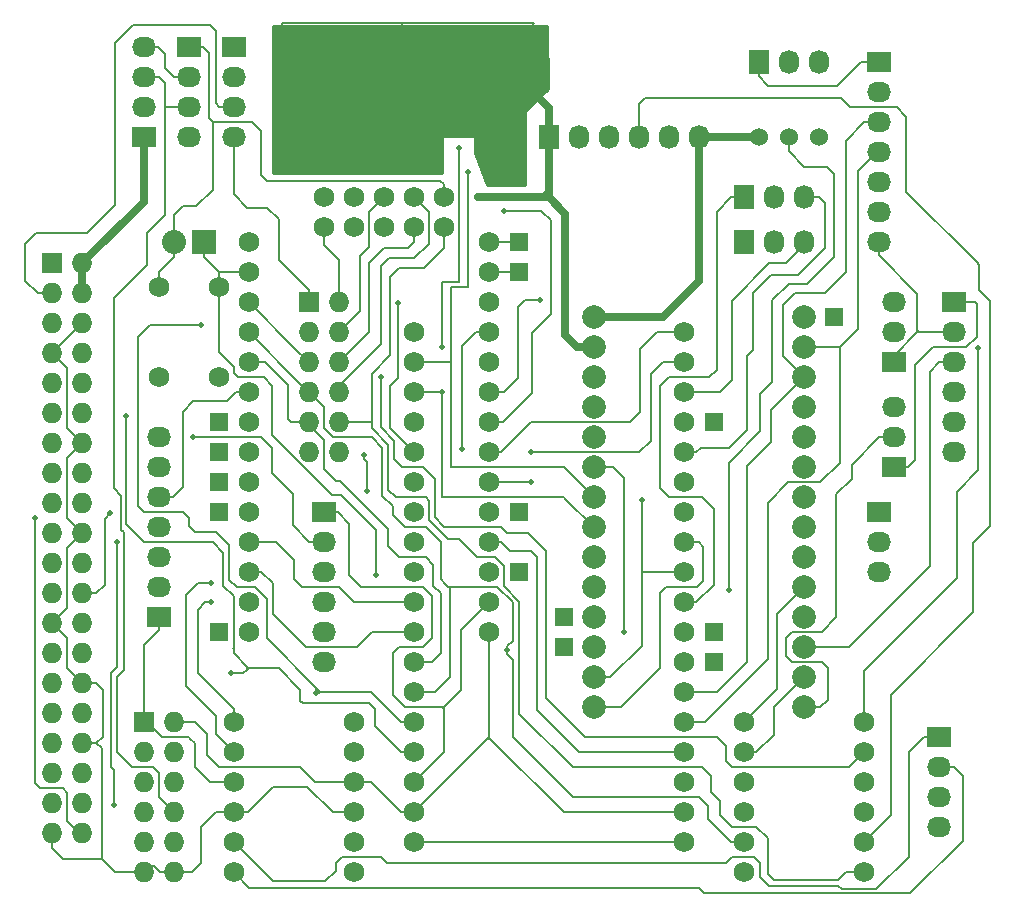
<source format=gbr>
G04 #@! TF.FileFunction,Copper,L2,Bot,Signal*
%FSLAX46Y46*%
G04 Gerber Fmt 4.6, Leading zero omitted, Abs format (unit mm)*
G04 Created by KiCad (PCBNEW 4.0.7+dfsg1-1~bpo8+1) date Mon Jun  4 12:39:51 2018*
%MOMM*%
%LPD*%
G01*
G04 APERTURE LIST*
%ADD10C,0.100000*%
%ADD11R,2.032000X1.727200*%
%ADD12O,2.032000X1.727200*%
%ADD13R,1.500000X1.500000*%
%ADD14R,2.032000X2.032000*%
%ADD15O,2.032000X2.032000*%
%ADD16R,1.727200X1.727200*%
%ADD17O,1.727200X1.727200*%
%ADD18R,1.727200X2.032000*%
%ADD19O,1.727200X2.032000*%
%ADD20C,1.524000*%
%ADD21C,2.000000*%
%ADD22C,1.727200*%
%ADD23C,0.508000*%
%ADD24C,0.177800*%
%ADD25C,0.711200*%
%ADD26C,0.254000*%
G04 APERTURE END LIST*
D10*
D11*
X179070000Y-97790000D03*
D12*
X179070000Y-100330000D03*
X179070000Y-102870000D03*
D11*
X179070000Y-59690000D03*
D12*
X179070000Y-62230000D03*
X179070000Y-64770000D03*
X179070000Y-67310000D03*
X179070000Y-69850000D03*
X179070000Y-72390000D03*
X179070000Y-74930000D03*
D13*
X123190000Y-107950000D03*
X123190000Y-97790000D03*
X123190000Y-95250000D03*
X123190000Y-92710000D03*
X123190000Y-90170000D03*
X148590000Y-102870000D03*
X148590000Y-97790000D03*
X148590000Y-77470000D03*
X148590000Y-74930000D03*
X175260000Y-81280000D03*
X152400000Y-106680000D03*
X152400000Y-109220000D03*
X165100000Y-90170000D03*
X165100000Y-107950000D03*
X165100000Y-110490000D03*
D14*
X121920000Y-74930000D03*
D15*
X119380000Y-74930000D03*
D16*
X116840000Y-115570000D03*
D17*
X119380000Y-115570000D03*
X116840000Y-118110000D03*
X119380000Y-118110000D03*
X116840000Y-120650000D03*
X119380000Y-120650000D03*
X116840000Y-123190000D03*
X119380000Y-123190000D03*
X116840000Y-125730000D03*
X119380000Y-125730000D03*
X116840000Y-128270000D03*
X119380000Y-128270000D03*
D16*
X130810000Y-80010000D03*
D17*
X133350000Y-80010000D03*
X130810000Y-82550000D03*
X133350000Y-82550000D03*
X130810000Y-85090000D03*
X133350000Y-85090000D03*
X130810000Y-87630000D03*
X133350000Y-87630000D03*
X130810000Y-90170000D03*
X133350000Y-90170000D03*
X130810000Y-92710000D03*
X133350000Y-92710000D03*
D11*
X120650000Y-58420000D03*
D12*
X120650000Y-60960000D03*
X120650000Y-63500000D03*
X120650000Y-66040000D03*
D11*
X132080000Y-97790000D03*
D12*
X132080000Y-100330000D03*
X132080000Y-102870000D03*
X132080000Y-105410000D03*
X132080000Y-107950000D03*
X132080000Y-110490000D03*
D11*
X124460000Y-58420000D03*
D12*
X124460000Y-60960000D03*
X124460000Y-63500000D03*
X124460000Y-66040000D03*
D11*
X118110000Y-106680000D03*
D12*
X118110000Y-104140000D03*
X118110000Y-101600000D03*
X118110000Y-99060000D03*
X118110000Y-96520000D03*
X118110000Y-93980000D03*
X118110000Y-91440000D03*
D11*
X185420000Y-80010000D03*
D12*
X185420000Y-82550000D03*
X185420000Y-85090000D03*
X185420000Y-87630000D03*
X185420000Y-90170000D03*
X185420000Y-92710000D03*
D18*
X151130000Y-66040000D03*
D19*
X153670000Y-66040000D03*
X156210000Y-66040000D03*
X158750000Y-66040000D03*
X161290000Y-66040000D03*
X163830000Y-66040000D03*
D18*
X168910000Y-59690000D03*
D19*
X171450000Y-59690000D03*
X173990000Y-59690000D03*
D11*
X184150000Y-116840000D03*
D12*
X184150000Y-119380000D03*
X184150000Y-121920000D03*
X184150000Y-124460000D03*
D18*
X167640000Y-74930000D03*
D19*
X170180000Y-74930000D03*
X172720000Y-74930000D03*
D18*
X167640000Y-71120000D03*
D19*
X170180000Y-71120000D03*
X172720000Y-71120000D03*
D11*
X180340000Y-93980000D03*
D12*
X180340000Y-91440000D03*
X180340000Y-88900000D03*
D11*
X180340000Y-85090000D03*
D12*
X180340000Y-82550000D03*
X180340000Y-80010000D03*
D11*
X116840000Y-66040000D03*
D12*
X116840000Y-63500000D03*
X116840000Y-60960000D03*
X116840000Y-58420000D03*
D20*
X171450000Y-66040000D03*
X173990000Y-66040000D03*
X168910000Y-66040000D03*
D16*
X109093000Y-76708000D03*
D17*
X111633000Y-76708000D03*
X109093000Y-79248000D03*
X111633000Y-79248000D03*
X109093000Y-81788000D03*
X111633000Y-81788000D03*
X109093000Y-84328000D03*
X111633000Y-84328000D03*
X109093000Y-86868000D03*
X111633000Y-86868000D03*
X109093000Y-89408000D03*
X111633000Y-89408000D03*
X109093000Y-91948000D03*
X111633000Y-91948000D03*
X109093000Y-94488000D03*
X111633000Y-94488000D03*
X109093000Y-97028000D03*
X111633000Y-97028000D03*
X109093000Y-99568000D03*
X111633000Y-99568000D03*
X109093000Y-102108000D03*
X111633000Y-102108000D03*
X109093000Y-104648000D03*
X111633000Y-104648000D03*
X109093000Y-107188000D03*
X111633000Y-107188000D03*
X109093000Y-109728000D03*
X111633000Y-109728000D03*
X109093000Y-112268000D03*
X111633000Y-112268000D03*
X109093000Y-114808000D03*
X111633000Y-114808000D03*
X109093000Y-117348000D03*
X111633000Y-117348000D03*
X109093000Y-119888000D03*
X111633000Y-119888000D03*
X109093000Y-122428000D03*
X111633000Y-122428000D03*
X109093000Y-124968000D03*
X111633000Y-124968000D03*
D21*
X172720000Y-81280000D03*
X172720000Y-83820000D03*
X172720000Y-86360000D03*
X172720000Y-88900000D03*
X172720000Y-91440000D03*
X172720000Y-93980000D03*
X172720000Y-96520000D03*
X172720000Y-99060000D03*
X172720000Y-101600000D03*
X172720000Y-104140000D03*
X172720000Y-106680000D03*
X172720000Y-109220000D03*
X172720000Y-111760000D03*
X172720000Y-114300000D03*
X154940000Y-114300000D03*
X154940000Y-111760000D03*
X154940000Y-109220000D03*
X154940000Y-106680000D03*
X154940000Y-104140000D03*
X154940000Y-101600000D03*
X154940000Y-99060000D03*
X154940000Y-96520000D03*
X154940000Y-93980000D03*
X154940000Y-91440000D03*
X154940000Y-88900000D03*
X154940000Y-86360000D03*
X154940000Y-83820000D03*
X154940000Y-81280000D03*
D22*
X118110000Y-86360000D03*
X118110000Y-78740000D03*
X123190000Y-78740000D03*
X123190000Y-86360000D03*
X124460000Y-115570000D03*
X124460000Y-118110000D03*
X124460000Y-120650000D03*
X124460000Y-123190000D03*
X124460000Y-125730000D03*
X124460000Y-128270000D03*
X134620000Y-128270000D03*
X134620000Y-125730000D03*
X134620000Y-123190000D03*
X134620000Y-120650000D03*
X134620000Y-118110000D03*
X134620000Y-115570000D03*
X167640000Y-115570000D03*
X167640000Y-118110000D03*
X167640000Y-120650000D03*
X167640000Y-123190000D03*
X167640000Y-125730000D03*
X167640000Y-128270000D03*
X177800000Y-128270000D03*
X177800000Y-125730000D03*
X177800000Y-123190000D03*
X177800000Y-120650000D03*
X177800000Y-118110000D03*
X177800000Y-115570000D03*
X162560000Y-125730000D03*
X162560000Y-123190000D03*
X162560000Y-120650000D03*
X162560000Y-118110000D03*
X162560000Y-115570000D03*
X162560000Y-113030000D03*
X162560000Y-110490000D03*
X162560000Y-107950000D03*
X162560000Y-105410000D03*
X162560000Y-102870000D03*
X162560000Y-100330000D03*
X162560000Y-97790000D03*
X162560000Y-95250000D03*
X162560000Y-92710000D03*
X162560000Y-90170000D03*
X162560000Y-87630000D03*
X162560000Y-85090000D03*
X162560000Y-82550000D03*
X139700000Y-125730000D03*
X139700000Y-123190000D03*
X139700000Y-120650000D03*
X139700000Y-118110000D03*
X139700000Y-115570000D03*
X139700000Y-113030000D03*
X139700000Y-110490000D03*
X139700000Y-107950000D03*
X139700000Y-105410000D03*
X139700000Y-102870000D03*
X139700000Y-100330000D03*
X139700000Y-97790000D03*
X139700000Y-95250000D03*
X139700000Y-92710000D03*
X139700000Y-90170000D03*
X139700000Y-87630000D03*
X139700000Y-85090000D03*
X139700000Y-82550000D03*
X142240000Y-71120000D03*
X142240000Y-73660000D03*
X139700000Y-71120000D03*
X139700000Y-73660000D03*
X137160000Y-71120000D03*
X137160000Y-73660000D03*
X134620000Y-71120000D03*
X134620000Y-73660000D03*
X132080000Y-71120000D03*
X132080000Y-73660000D03*
X125730000Y-107950000D03*
X125730000Y-105410000D03*
X125730000Y-102870000D03*
X125730000Y-100330000D03*
X125730000Y-97790000D03*
X125730000Y-95250000D03*
X125730000Y-92710000D03*
X125730000Y-90170000D03*
X125730000Y-87630000D03*
X125730000Y-85090000D03*
X125730000Y-82550000D03*
X125730000Y-80010000D03*
X125730000Y-77470000D03*
X125730000Y-74930000D03*
X146050000Y-74930000D03*
X146050000Y-77470000D03*
X146050000Y-80010000D03*
X146050000Y-82550000D03*
X146050000Y-85090000D03*
X146050000Y-87630000D03*
X146050000Y-90170000D03*
X146050000Y-92710000D03*
X146050000Y-95250000D03*
X146050000Y-97790000D03*
X146050000Y-100330000D03*
X146050000Y-102870000D03*
X146050000Y-105410000D03*
X146050000Y-107950000D03*
D23*
X150431500Y-79819500D03*
X147320000Y-72263000D03*
X138557000Y-62484000D03*
X128524000Y-58420000D03*
X145161000Y-71120000D03*
X149796500Y-62230000D03*
X138366500Y-80073500D03*
X159004000Y-96774000D03*
X143827500Y-92456000D03*
X114039400Y-97849700D03*
X124269500Y-111442500D03*
X115316000Y-89662000D03*
X121666000Y-81915000D03*
X131454500Y-113141100D03*
X147637500Y-109474000D03*
X157543500Y-107950000D03*
X136525000Y-103124000D03*
X114559000Y-100293500D03*
X114300000Y-122627300D03*
X121031000Y-91440000D03*
X107611900Y-98298000D03*
X166370000Y-104394000D03*
X122555000Y-103759000D03*
X135763000Y-96012000D03*
X135509000Y-92964000D03*
X122555000Y-105410000D03*
X149667630Y-92710000D03*
X149669500Y-95250000D03*
X136906000Y-86360000D03*
X187515500Y-83883500D03*
X143510000Y-66929000D03*
X142113000Y-83820000D03*
X142113000Y-87630000D03*
X144272000Y-68961000D03*
D24*
X148590000Y-77470000D02*
X147662200Y-77470000D01*
X147662200Y-77470000D02*
X146050000Y-77470000D01*
X148590000Y-74930000D02*
X147662200Y-74930000D01*
X147662200Y-74930000D02*
X146050000Y-74930000D01*
X141986000Y-114300000D02*
X142240000Y-114300000D01*
X138938000Y-114300000D02*
X141986000Y-114300000D01*
X142240000Y-118110000D02*
X142240000Y-114427000D01*
X142240000Y-114427000D02*
X142240000Y-114300000D01*
X141986000Y-114300000D02*
X142113000Y-114300000D01*
X142113000Y-114300000D02*
X142240000Y-114427000D01*
X124460000Y-66040000D02*
X124460000Y-70866000D01*
X124460000Y-70866000D02*
X125603000Y-72009000D01*
X125603000Y-72009000D02*
X127317500Y-72009000D01*
X127317500Y-72009000D02*
X128270000Y-72961500D01*
X128270000Y-72961500D02*
X128270000Y-76428600D01*
X130810000Y-78968600D02*
X130810000Y-80010000D01*
X128270000Y-76428600D02*
X130810000Y-78968600D01*
X185420000Y-80010000D02*
X187198000Y-80010000D01*
X182118000Y-93395800D02*
X181534000Y-93980000D01*
X187198000Y-80010000D02*
X187388500Y-80200500D01*
X187388500Y-80200500D02*
X187388500Y-82931000D01*
X187388500Y-82931000D02*
X186499500Y-83820000D01*
X186499500Y-83820000D02*
X183642000Y-83820000D01*
X182118000Y-85344000D02*
X182118000Y-93395800D01*
X183642000Y-83820000D02*
X182118000Y-85344000D01*
X181534000Y-93980000D02*
X180340000Y-93980000D01*
X132080000Y-97790000D02*
X133274000Y-97790000D01*
X133274000Y-97790000D02*
X134239000Y-98755121D01*
X134239000Y-98755121D02*
X134239000Y-103124000D01*
X135255000Y-104140000D02*
X140462000Y-104140000D01*
X141224000Y-104902000D02*
X141224000Y-108458000D01*
X137922000Y-109728000D02*
X137922000Y-113284000D01*
X134239000Y-103124000D02*
X135255000Y-104140000D01*
X140462000Y-104140000D02*
X141224000Y-104902000D01*
X141224000Y-108458000D02*
X140462000Y-109220000D01*
X140462000Y-109220000D02*
X138430000Y-109220000D01*
X138430000Y-109220000D02*
X137922000Y-109728000D01*
X137922000Y-113284000D02*
X138938000Y-114300000D01*
X121158000Y-119380000D02*
X121158000Y-117348000D01*
X122428000Y-120650000D02*
X121158000Y-119380000D01*
X124460000Y-120650000D02*
X122428000Y-120650000D01*
X118110000Y-107785000D02*
X118110000Y-106680000D01*
X116840000Y-109055000D02*
X118110000Y-107785000D01*
X116840000Y-115570000D02*
X116840000Y-109055000D01*
X121158000Y-117348000D02*
X120815000Y-117005000D01*
X139700000Y-120650000D02*
X140766000Y-119584000D01*
X139700000Y-120650000D02*
X140766000Y-119584000D01*
X140766000Y-119584000D02*
X142240000Y-118110000D01*
X120650000Y-116840000D02*
X120815000Y-117005000D01*
X118364000Y-116840000D02*
X120650000Y-116840000D01*
X117094000Y-115570000D02*
X118364000Y-116840000D01*
X116840000Y-115570000D02*
X117094000Y-115570000D01*
X120815000Y-117005000D02*
X121158000Y-117348000D01*
X143712000Y-112828000D02*
X142240000Y-114300000D01*
X143712000Y-107748000D02*
X143712000Y-112828000D01*
X146050000Y-105410000D02*
X143712000Y-107748000D01*
D25*
X111633000Y-76708000D02*
X116840000Y-71501000D01*
X116840000Y-71501000D02*
X116840000Y-70485000D01*
X116840000Y-70485000D02*
X116840000Y-66040000D01*
D24*
X145923000Y-116967000D02*
X146050000Y-116840000D01*
X139700000Y-123190000D02*
X145923000Y-116967000D01*
X152400000Y-123190000D02*
X146177000Y-116967000D01*
X146177000Y-116967000D02*
X146050000Y-116840000D01*
X145923000Y-116967000D02*
X146177000Y-116967000D01*
D25*
X111633000Y-79248000D02*
X111633000Y-76708000D01*
X163830000Y-69215000D02*
X163830000Y-78232000D01*
X163830000Y-78232000D02*
X160782000Y-81280000D01*
X160782000Y-81280000D02*
X159258000Y-81280000D01*
X159258000Y-81280000D02*
X154940000Y-81280000D01*
X163830000Y-66040000D02*
X168910000Y-66040000D01*
X163830000Y-67310000D02*
X163830000Y-69215000D01*
X163830000Y-66040000D02*
X163830000Y-69215000D01*
D24*
X134620000Y-120650000D02*
X136082370Y-120650000D01*
X136082370Y-120650000D02*
X138622370Y-123190000D01*
X138622370Y-123190000D02*
X139700000Y-123190000D01*
X132080000Y-75184000D02*
X132080000Y-73660000D01*
X133350000Y-76454000D02*
X132080000Y-75184000D01*
X133350000Y-80010000D02*
X133350000Y-76454000D01*
X177546000Y-59690000D02*
X179070000Y-59690000D01*
X175514000Y-61722000D02*
X177546000Y-59690000D01*
X169748000Y-61722000D02*
X175514000Y-61722000D01*
X168910000Y-60883800D02*
X169748000Y-61722000D01*
X168910000Y-59690000D02*
X168910000Y-60883800D01*
X162560000Y-123190000D02*
X152400000Y-123190000D01*
X146050000Y-116840000D02*
X146050000Y-107950000D01*
D25*
X169159000Y-66040000D02*
X168910000Y-66040000D01*
D24*
X169159000Y-66040000D02*
X168910000Y-66040000D01*
X131318000Y-120650000D02*
X134620000Y-120650000D01*
X130048000Y-119380000D02*
X131318000Y-120650000D01*
X123190000Y-119380000D02*
X130048000Y-119380000D01*
X122174000Y-118364000D02*
X123190000Y-119380000D01*
X122174000Y-116586000D02*
X122174000Y-118364000D01*
X121158000Y-115570000D02*
X122174000Y-116586000D01*
X119380000Y-115570000D02*
X121158000Y-115570000D01*
X146050000Y-87630000D02*
X147320000Y-87630000D01*
X147320000Y-87630000D02*
X148526500Y-86423500D01*
X149161500Y-79819500D02*
X150431500Y-79819500D01*
X148526500Y-86423500D02*
X148526500Y-80454500D01*
X148526500Y-80454500D02*
X149161500Y-79819500D01*
X106824700Y-78201014D02*
X106824700Y-75057000D01*
X112014000Y-74168000D02*
X107713700Y-74168000D01*
X107713700Y-74168000D02*
X106824700Y-75057000D01*
X114431000Y-71751000D02*
X112014000Y-74168000D01*
X114431000Y-58039000D02*
X115950800Y-56519200D01*
X114431000Y-58039000D02*
X114431000Y-71751000D01*
X181610000Y-118110000D02*
X181610000Y-126619000D01*
X178892210Y-129717790D02*
X181610000Y-127000000D01*
X181610000Y-127000000D02*
X181610000Y-126619000D01*
X175945790Y-129717790D02*
X178816000Y-129717790D01*
X178816000Y-129717790D02*
X178892210Y-129717790D01*
X175641000Y-129413000D02*
X175945790Y-129717790D01*
X175133000Y-129413000D02*
X169799000Y-129413000D01*
X175133000Y-129413000D02*
X175641000Y-129413000D01*
X166624000Y-127000000D02*
X168529000Y-127000000D01*
X169037000Y-127508000D02*
X168529000Y-127000000D01*
X169037000Y-128651000D02*
X169037000Y-127508000D01*
X169799000Y-129413000D02*
X169037000Y-128651000D01*
X124460000Y-125730000D02*
X127762000Y-129032000D01*
X127762000Y-129032000D02*
X132207000Y-129032000D01*
X132207000Y-129032000D02*
X133096000Y-128143000D01*
X136906000Y-127000000D02*
X137414000Y-127508000D01*
X133096000Y-128143000D02*
X133096000Y-127508000D01*
X133096000Y-127508000D02*
X133604000Y-127000000D01*
X133604000Y-127000000D02*
X136906000Y-127000000D01*
X137414000Y-127508000D02*
X166116000Y-127508000D01*
X166116000Y-127508000D02*
X166624000Y-127000000D01*
X184150000Y-116840000D02*
X182880000Y-116840000D01*
X182880000Y-116840000D02*
X181610000Y-118110000D01*
X109093000Y-79248000D02*
X107871686Y-79248000D01*
X122936000Y-57027200D02*
X122936000Y-63169800D01*
X107871686Y-79248000D02*
X106824700Y-78201014D01*
X115950800Y-56519200D02*
X122428000Y-56519200D01*
X122428000Y-56519200D02*
X122936000Y-57027200D01*
X122936000Y-63169800D02*
X123266200Y-63500000D01*
X123266200Y-63500000D02*
X124460000Y-63500000D01*
X151320500Y-73088500D02*
X151320500Y-81026000D01*
X149733000Y-87708314D02*
X149733000Y-82613500D01*
X149733000Y-82613500D02*
X151320500Y-81026000D01*
X146050000Y-90170000D02*
X147271314Y-90170000D01*
X147271314Y-90170000D02*
X149733000Y-87708314D01*
X148526500Y-72263000D02*
X147320000Y-72263000D01*
X148526500Y-72263000D02*
X150495000Y-72263000D01*
X150495000Y-72263000D02*
X151320500Y-73088500D01*
X179324000Y-130048000D02*
X181737000Y-130048000D01*
X181737000Y-130048000D02*
X186182000Y-125603000D01*
X186182000Y-125603000D02*
X186182000Y-120142000D01*
X186182000Y-120142000D02*
X185420000Y-119380000D01*
X185420000Y-119380000D02*
X184150000Y-119380000D01*
X179324000Y-130048000D02*
X164265000Y-130048000D01*
X179324000Y-130048000D02*
X179832000Y-130048000D01*
X164265000Y-130048000D02*
X163830000Y-129613000D01*
X163830000Y-129613000D02*
X125803000Y-129613000D01*
X125803000Y-129613000D02*
X124460000Y-128270000D01*
X176530000Y-109220000D02*
X172720000Y-109220000D01*
X183388000Y-102362000D02*
X176530000Y-109220000D01*
X183388000Y-85928200D02*
X183388000Y-102362000D01*
X184226000Y-85090000D02*
X183388000Y-85928200D01*
X185420000Y-85090000D02*
X184226000Y-85090000D01*
X109220000Y-81280000D02*
X109220000Y-81534000D01*
X109220000Y-81534000D02*
X109220000Y-81788000D01*
X109093000Y-81661000D02*
X109093000Y-81788000D01*
X109220000Y-81534000D02*
X109093000Y-81661000D01*
D25*
X149860000Y-71120000D02*
X145161000Y-71120000D01*
X151130000Y-71120000D02*
X149860000Y-71120000D01*
X151130000Y-66040000D02*
X151130000Y-70358000D01*
X151130000Y-70358000D02*
X151130000Y-71120000D01*
D24*
X149860000Y-71120000D02*
X150368000Y-71120000D01*
X150368000Y-71120000D02*
X151130000Y-70358000D01*
X122682000Y-64897000D02*
X122682000Y-70485000D01*
X122682000Y-64897000D02*
X122809000Y-64770000D01*
X122682000Y-64770000D02*
X122682000Y-64897000D01*
X122809000Y-64770000D02*
X122682000Y-64770000D01*
X123444000Y-64770000D02*
X122809000Y-64770000D01*
X182351000Y-82296000D02*
X182351000Y-82550000D01*
X182351000Y-79316000D02*
X182351000Y-82296000D01*
X182351000Y-82550000D02*
X182499000Y-82550000D01*
X182499000Y-82550000D02*
X185420000Y-82550000D01*
X182351000Y-82296000D02*
X182351000Y-82402000D01*
X182351000Y-82402000D02*
X182499000Y-82550000D01*
X128524000Y-56388000D02*
X128524000Y-58420000D01*
X138684000Y-56388000D02*
X128524000Y-56388000D01*
X138557000Y-62484000D02*
X138557000Y-62124790D01*
X138557000Y-62124790D02*
X138684000Y-61997790D01*
X138684000Y-61997790D02*
X138684000Y-56388000D01*
X138684000Y-56388000D02*
X149860000Y-56388000D01*
X149860000Y-56388000D02*
X149796500Y-56451500D01*
X149796500Y-56451500D02*
X149796500Y-62230000D01*
D25*
X151130000Y-66040000D02*
X151130000Y-63563500D01*
X151130000Y-63563500D02*
X149796500Y-62230000D01*
X151130000Y-71120000D02*
X152527000Y-72517000D01*
X152527000Y-72517000D02*
X152527000Y-82821094D01*
X152527000Y-82821094D02*
X153526000Y-83820000D01*
X153526000Y-83820000D02*
X154940000Y-83820000D01*
D24*
X132842000Y-123190000D02*
X134620000Y-123190000D01*
X127840314Y-121031000D02*
X130683000Y-121031000D01*
X130683000Y-121031000D02*
X132842000Y-123190000D01*
X124460000Y-123190000D02*
X125681314Y-123190000D01*
X125681314Y-123190000D02*
X127840314Y-121031000D01*
X149796500Y-62230000D02*
X149796500Y-61870790D01*
X149796500Y-61870790D02*
X149457210Y-61531500D01*
X142240000Y-71120000D02*
X142240000Y-70042370D01*
X142240000Y-70042370D02*
X141920630Y-69723000D01*
X141920630Y-69723000D02*
X127254000Y-69723000D01*
X127254000Y-69723000D02*
X126746000Y-69215000D01*
X126746000Y-69215000D02*
X126746000Y-65532000D01*
X126746000Y-65532000D02*
X125984000Y-64770000D01*
X125984000Y-64770000D02*
X123444000Y-64770000D01*
X110363000Y-100838000D02*
X110363000Y-105918000D01*
X110363000Y-105918000D02*
X109093000Y-107188000D01*
X111633000Y-99568000D02*
X110363000Y-100838000D01*
X110363000Y-98298000D02*
X110363000Y-93218000D01*
X110363000Y-93218000D02*
X111633000Y-91948000D01*
X111633000Y-99568000D02*
X110363000Y-98298000D01*
X109093000Y-84328000D02*
X110363000Y-85598000D01*
X110363000Y-85598000D02*
X110363000Y-90678000D01*
X110363000Y-90678000D02*
X111633000Y-91948000D01*
X109093000Y-84328000D02*
X111633000Y-81788000D01*
X120650000Y-58420000D02*
X121843800Y-58420000D01*
X121843800Y-58420000D02*
X122364500Y-58940700D01*
X122364500Y-58940700D02*
X122364500Y-64452500D01*
X122364500Y-64452500D02*
X122682000Y-64770000D01*
X122682000Y-70485000D02*
X121285000Y-71882000D01*
X121285000Y-71882000D02*
X120142000Y-71882000D01*
X120142000Y-71882000D02*
X119380000Y-72644000D01*
X119380000Y-72644000D02*
X119380000Y-74930000D01*
X109093000Y-107188000D02*
X110363000Y-108458000D01*
X110363000Y-108458000D02*
X110363000Y-110998000D01*
X110363000Y-110998000D02*
X111633000Y-112268000D01*
X109093000Y-124968000D02*
X109093000Y-126189314D01*
X110030686Y-127127000D02*
X113284000Y-127127000D01*
X109093000Y-126189314D02*
X110030686Y-127127000D01*
X112854314Y-117348000D02*
X113284000Y-117777686D01*
X113284000Y-117777686D02*
X113284000Y-127127000D01*
X113284000Y-127127000D02*
X114427000Y-128270000D01*
X114427000Y-128270000D02*
X116840000Y-128270000D01*
X111633000Y-112268000D02*
X112854314Y-112268000D01*
X112854314Y-112268000D02*
X113411000Y-112824686D01*
X113411000Y-112824686D02*
X113411000Y-116791314D01*
X113411000Y-116791314D02*
X112854314Y-117348000D01*
X111633000Y-117348000D02*
X112854314Y-117348000D01*
X122936000Y-123190000D02*
X124460000Y-123190000D01*
X121666000Y-124460000D02*
X122936000Y-123190000D01*
X121666000Y-127508000D02*
X121666000Y-124460000D01*
X120904000Y-128270000D02*
X121666000Y-127508000D01*
X119380000Y-128270000D02*
X120904000Y-128270000D01*
X153670000Y-118110000D02*
X162560000Y-118110000D01*
X150114000Y-114554000D02*
X153670000Y-118110000D01*
X150114000Y-101600000D02*
X150114000Y-114554000D01*
X149606000Y-101092000D02*
X150114000Y-101600000D01*
X147890000Y-101092000D02*
X149606000Y-101092000D01*
X147128000Y-100330000D02*
X147890000Y-101092000D01*
X146050000Y-100330000D02*
X147128000Y-100330000D01*
X139700000Y-125730000D02*
X162560000Y-125730000D01*
X118110000Y-77457600D02*
X118110000Y-78740000D01*
X119380000Y-76187600D02*
X118110000Y-77457600D01*
X119380000Y-74930000D02*
X119380000Y-76187600D01*
X116840000Y-127717000D02*
X116840000Y-128270000D01*
X117722000Y-127717000D02*
X116840000Y-127717000D01*
X118275000Y-128270000D02*
X117722000Y-127717000D01*
X119380000Y-128270000D02*
X118275000Y-128270000D01*
X180340000Y-84560800D02*
X182351000Y-82550000D01*
X180340000Y-85090000D02*
X180340000Y-84560800D01*
X179070000Y-76035200D02*
X182351000Y-79316000D01*
X179070000Y-74930000D02*
X179070000Y-76035200D01*
X123698000Y-64770000D02*
X123444000Y-64770000D01*
X109220000Y-88900000D02*
X109220000Y-89154000D01*
X109220000Y-89154000D02*
X109220000Y-89408000D01*
X109093000Y-89281000D02*
X109093000Y-89408000D01*
X109220000Y-89154000D02*
X109093000Y-89281000D01*
X138366500Y-84582000D02*
X138366500Y-80073500D01*
X138366500Y-86423500D02*
X138430000Y-86360000D01*
X137668000Y-87122000D02*
X138366500Y-86423500D01*
X138366500Y-86423500D02*
X138366500Y-84582000D01*
X139700000Y-92710000D02*
X137668000Y-90678000D01*
X137668000Y-90678000D02*
X137668000Y-87122000D01*
X159004000Y-96774000D02*
X159004000Y-102870000D01*
X159004000Y-109110213D02*
X159004000Y-102870000D01*
X160528000Y-102870000D02*
X159004000Y-102870000D01*
X154940000Y-111760000D02*
X156354213Y-111760000D01*
X156354213Y-111760000D02*
X159004000Y-109110213D01*
X162560000Y-102870000D02*
X160528000Y-102870000D01*
X143827500Y-83694870D02*
X143827500Y-92075000D01*
X143827500Y-92075000D02*
X143827500Y-92392500D01*
X143827500Y-92456000D02*
X143827500Y-92075000D01*
X146050000Y-82550000D02*
X144972370Y-82550000D01*
X144972370Y-82550000D02*
X143827500Y-83694870D01*
X113538000Y-103964314D02*
X113538000Y-98351100D01*
X113538000Y-98351100D02*
X114039400Y-97849700D01*
X111633000Y-104648000D02*
X112854314Y-104648000D01*
X112854314Y-104648000D02*
X113538000Y-103964314D01*
X125730000Y-87630000D02*
X124652370Y-87630000D01*
X124652370Y-87630000D02*
X123890371Y-88391999D01*
X123890371Y-88391999D02*
X121031001Y-88391999D01*
X121031001Y-88391999D02*
X120142000Y-89281000D01*
X120142000Y-89281000D02*
X120142000Y-95681800D01*
X120142000Y-95681800D02*
X119303800Y-96520000D01*
X119303800Y-96520000D02*
X118110000Y-96520000D01*
X115316000Y-92202000D02*
X115316000Y-98806000D01*
X123571000Y-101219000D02*
X123571000Y-104013000D01*
X115316000Y-98806000D02*
X116840000Y-100330000D01*
X116840000Y-100330000D02*
X122682000Y-100330000D01*
X122682000Y-100330000D02*
X123571000Y-101219000D01*
X123571000Y-104013000D02*
X124460000Y-104902000D01*
X124460000Y-104902000D02*
X124460000Y-109258100D01*
X125603000Y-110871000D02*
X125730000Y-110998000D01*
X124460000Y-109728000D02*
X125603000Y-110871000D01*
X125285500Y-111442500D02*
X125603000Y-111125000D01*
X125603000Y-111125000D02*
X125730000Y-110998000D01*
X125603000Y-110871000D02*
X125603000Y-111125000D01*
X125730000Y-110998000D02*
X128270000Y-110998000D01*
X130111500Y-113792000D02*
X130302000Y-113982500D01*
X128270000Y-110998000D02*
X130111500Y-112839500D01*
X130111500Y-112839500D02*
X130111500Y-113792000D01*
X130302000Y-113982500D02*
X135953500Y-113982500D01*
X135953500Y-113982500D02*
X136398000Y-114427000D01*
X136398000Y-114427000D02*
X136398000Y-115886000D01*
X136398000Y-115886000D02*
X138622000Y-118110000D01*
X138622000Y-118110000D02*
X139700000Y-118110000D01*
X124269500Y-111442500D02*
X125285500Y-111442500D01*
X115316000Y-91948000D02*
X115316000Y-92202000D01*
X115316000Y-92202000D02*
X115316000Y-89662000D01*
X170434000Y-112776000D02*
X167640000Y-115570000D01*
X170434000Y-106426000D02*
X170434000Y-112776000D01*
X172720000Y-104140000D02*
X170434000Y-106426000D01*
X124460000Y-109258100D02*
X124460000Y-109728000D01*
X124460000Y-109258100D02*
X124454400Y-109258100D01*
X120650000Y-98933000D02*
X120650000Y-98298000D01*
X122936000Y-99441000D02*
X121158000Y-99441000D01*
X121158000Y-99441000D02*
X120650000Y-98933000D01*
X124079000Y-100584000D02*
X122936000Y-99441000D01*
X124079000Y-103505000D02*
X124079000Y-100584000D01*
X124714000Y-104140000D02*
X124079000Y-103505000D01*
X131454500Y-112658500D02*
X131572000Y-112776000D01*
X131572000Y-112776000D02*
X131699000Y-112903000D01*
X131454500Y-113020500D02*
X131572000Y-112903000D01*
X131572000Y-112903000D02*
X131572000Y-112776000D01*
X131454500Y-113141100D02*
X131684900Y-113141100D01*
X131684900Y-113141100D02*
X131811000Y-113015000D01*
X131454500Y-113020500D02*
X131454500Y-113141100D01*
X131699000Y-112903000D02*
X131811000Y-113015000D01*
X131454500Y-113141100D02*
X131460900Y-113141100D01*
X131460900Y-113141100D02*
X131699000Y-112903000D01*
X116332000Y-82931000D02*
X117348000Y-81915000D01*
X117348000Y-81915000D02*
X121666000Y-81915000D01*
X116332000Y-88011000D02*
X116332000Y-87122000D01*
X116332000Y-97282000D02*
X116332000Y-88011000D01*
X116332000Y-88011000D02*
X116332000Y-82931000D01*
X131454500Y-112658500D02*
X127254000Y-108458000D01*
X126238000Y-104140000D02*
X124714000Y-104140000D01*
X127254000Y-108458000D02*
X127254000Y-105156000D01*
X127254000Y-105156000D02*
X126238000Y-104140000D01*
X120650000Y-98298000D02*
X120142000Y-97790000D01*
X120142000Y-97790000D02*
X116840000Y-97790000D01*
X116840000Y-97790000D02*
X116332000Y-97282000D01*
X170180000Y-114300000D02*
X172720000Y-111760000D01*
X170180000Y-116648000D02*
X170180000Y-114300000D01*
X168718000Y-118110000D02*
X170180000Y-116648000D01*
X167640000Y-118110000D02*
X168718000Y-118110000D01*
X129705000Y-83984800D02*
X125730000Y-80010000D01*
X130810000Y-85090000D02*
X129705000Y-83984800D01*
X138622000Y-115570000D02*
X139700000Y-115570000D01*
X136067000Y-113015000D02*
X138622000Y-115570000D01*
X131811000Y-113015000D02*
X136067000Y-113015000D01*
X131454500Y-112658500D02*
X131454500Y-113141100D01*
X130810000Y-87630000D02*
X132080000Y-88900000D01*
X132842000Y-91440000D02*
X136144000Y-91440000D01*
X137922000Y-98044000D02*
X138938000Y-99060000D01*
X132080000Y-88900000D02*
X132080000Y-90678000D01*
X132080000Y-90678000D02*
X132842000Y-91440000D01*
X136144000Y-91440000D02*
X137032856Y-92328856D01*
X137922000Y-97282000D02*
X137922000Y-98044000D01*
X137032856Y-92328856D02*
X137032856Y-96393000D01*
X137032856Y-96393000D02*
X137922000Y-97282000D01*
X138938000Y-99060000D02*
X140716000Y-99060000D01*
X140716000Y-99060000D02*
X141986000Y-100330000D01*
X141986000Y-100330000D02*
X141986000Y-103479000D01*
X141986000Y-103479000D02*
X142367000Y-103860000D01*
X148082000Y-105981500D02*
X148082000Y-105791000D01*
X147637500Y-109114790D02*
X148082000Y-108670290D01*
X148082000Y-105791000D02*
X148082000Y-105410000D01*
X147637500Y-109474000D02*
X147637500Y-109114790D01*
X148082000Y-108670290D02*
X148082000Y-105791000D01*
X148082000Y-116840000D02*
X148082000Y-111823500D01*
X147637500Y-109474000D02*
X147637500Y-109833210D01*
X147637500Y-109833210D02*
X148082000Y-110277710D01*
X148082000Y-110277710D02*
X148082000Y-111823500D01*
X167640000Y-125730000D02*
X166562000Y-125730000D01*
X166562000Y-125730000D02*
X164592000Y-123760000D01*
X148082000Y-105410000D02*
X146786000Y-104114000D01*
X164592000Y-123760000D02*
X164592000Y-122682000D01*
X164592000Y-122682000D02*
X163830000Y-121920000D01*
X163830000Y-121920000D02*
X153162000Y-121920000D01*
X153162000Y-121920000D02*
X148082000Y-116840000D01*
X146786000Y-104114000D02*
X144653000Y-104114000D01*
X157543500Y-94932500D02*
X157543500Y-107950000D01*
X156591000Y-93980000D02*
X157543500Y-94932500D01*
X156354213Y-93980000D02*
X156591000Y-93980000D01*
X154940000Y-93980000D02*
X156354213Y-93980000D01*
X142367000Y-103860000D02*
X142748000Y-104241000D01*
X142621000Y-104114000D02*
X142367000Y-103860000D01*
X143002000Y-104114000D02*
X142875000Y-104114000D01*
X143129000Y-104114000D02*
X143002000Y-104114000D01*
X143002000Y-104114000D02*
X142621000Y-104114000D01*
X143129000Y-104114000D02*
X144653000Y-104114000D01*
X142875000Y-104114000D02*
X142748000Y-104241000D01*
X142748000Y-104241000D02*
X142748000Y-111760000D01*
X142748000Y-111760000D02*
X141478000Y-113030000D01*
X141478000Y-113030000D02*
X139700000Y-113030000D01*
X144526000Y-104114000D02*
X144653000Y-104114000D01*
X129946000Y-86766400D02*
X125730000Y-82550000D01*
X130810000Y-87630000D02*
X129946000Y-86766400D01*
X131928000Y-107950000D02*
X132080000Y-107950000D01*
X123190000Y-77724000D02*
X123190000Y-78740000D01*
X123190000Y-77470000D02*
X123317000Y-77470000D01*
X123190000Y-77470000D02*
X123190000Y-77724000D01*
X123317000Y-77470000D02*
X125730000Y-77470000D01*
X123190000Y-77724000D02*
X123190000Y-77597000D01*
X123190000Y-77597000D02*
X123317000Y-77470000D01*
X136525000Y-103124000D02*
X136525000Y-99698410D01*
X127000000Y-86360000D02*
X124841000Y-86360000D01*
X123190000Y-84014800D02*
X123190000Y-78740000D01*
X136525000Y-99698410D02*
X136538000Y-99685410D01*
X136538000Y-99685410D02*
X136538000Y-99326200D01*
X133571000Y-96359200D02*
X132822000Y-96359200D01*
X124460000Y-85979000D02*
X124460000Y-85471000D01*
X136538000Y-99326200D02*
X133571000Y-96359200D01*
X132822000Y-96359200D02*
X127711000Y-91247300D01*
X123190000Y-84201000D02*
X123190000Y-84014800D01*
X127711000Y-91247300D02*
X127711000Y-87071000D01*
X127711000Y-87071000D02*
X127000000Y-86360000D01*
X124841000Y-86360000D02*
X124460000Y-85979000D01*
X124460000Y-85471000D02*
X123190000Y-84201000D01*
X154940000Y-114300000D02*
X157226000Y-114300000D01*
X157226000Y-114300000D02*
X160528000Y-110998000D01*
X160528000Y-110998000D02*
X160528000Y-104648000D01*
X160528000Y-104648000D02*
X161036000Y-104140000D01*
X161036000Y-104140000D02*
X163703000Y-104140000D01*
X163703000Y-104140000D02*
X164211000Y-103632000D01*
X164211000Y-100711000D02*
X163830000Y-100330000D01*
X163830000Y-100330000D02*
X162560000Y-100330000D01*
X164211000Y-103632000D02*
X164211000Y-100711000D01*
X121920000Y-76187600D02*
X121920000Y-74930000D01*
X123190000Y-77457600D02*
X121920000Y-76187600D01*
X123190000Y-77470000D02*
X123190000Y-77457600D01*
X125730000Y-85090000D02*
X127127000Y-85090000D01*
X127127000Y-85090000D02*
X129032000Y-86995000D01*
X129032000Y-86995000D02*
X129032000Y-89916000D01*
X129032000Y-89916000D02*
X129286000Y-90170000D01*
X129286000Y-90170000D02*
X130810000Y-90170000D01*
X130810000Y-90170000D02*
X130810000Y-90424000D01*
X130810000Y-90424000D02*
X132080000Y-91694000D01*
X137513000Y-100683000D02*
X138430000Y-101600000D01*
X140716000Y-101600000D02*
X141351000Y-102235000D01*
X132080000Y-91694000D02*
X132080000Y-94135300D01*
X141351000Y-102235000D02*
X141351000Y-104013000D01*
X141224000Y-110490000D02*
X139700000Y-110490000D01*
X132080000Y-94135300D02*
X133096000Y-95151300D01*
X133477300Y-95151300D02*
X137513000Y-99187000D01*
X141986000Y-104648000D02*
X141986000Y-109728000D01*
X133096000Y-95151300D02*
X133477300Y-95151300D01*
X137513000Y-99187000D02*
X137513000Y-100683000D01*
X138430000Y-101600000D02*
X140716000Y-101600000D01*
X141986000Y-109728000D02*
X141224000Y-110490000D01*
X141351000Y-104013000D02*
X141986000Y-104648000D01*
X114559000Y-100293500D02*
X114559000Y-110905100D01*
X114300000Y-119593500D02*
X114300000Y-122627300D01*
X114559000Y-110905100D02*
X114046000Y-111418100D01*
X114046000Y-111418100D02*
X114046000Y-119339500D01*
X114046000Y-119339500D02*
X114300000Y-119593500D01*
X107611900Y-98298000D02*
X107611900Y-120692900D01*
X107611900Y-120692900D02*
X108077000Y-121158000D01*
X108077000Y-121158000D02*
X109982000Y-121158000D01*
X109982000Y-121158000D02*
X110363000Y-121539000D01*
X110363000Y-121539000D02*
X110363000Y-123952000D01*
X110363000Y-123952000D02*
X111379000Y-124968000D01*
X111379000Y-124968000D02*
X111633000Y-124968000D01*
X121031000Y-91440000D02*
X126746000Y-91440000D01*
X127687000Y-92381300D02*
X127687000Y-94488000D01*
X126746000Y-91440000D02*
X127687000Y-92381300D01*
X127687000Y-94488000D02*
X129465000Y-96266000D01*
X129465000Y-96266000D02*
X129465000Y-98909100D01*
X129465000Y-98909100D02*
X130886000Y-100330000D01*
X130886000Y-100330000D02*
X132080000Y-100330000D01*
X166370000Y-104394000D02*
X166370000Y-93599000D01*
X166370000Y-93599000D02*
X169037000Y-90932000D01*
X170093000Y-86741000D02*
X170093000Y-79842600D01*
X175260000Y-76200000D02*
X175260000Y-69173500D01*
X169037000Y-90932000D02*
X169037000Y-87797000D01*
X169037000Y-87797000D02*
X170093000Y-86741000D01*
X170093000Y-79842600D02*
X171450000Y-78486000D01*
X175260000Y-69173500D02*
X174667000Y-68580000D01*
X171450000Y-78486000D02*
X172974000Y-78486000D01*
X171450000Y-67241600D02*
X171450000Y-66040000D01*
X172974000Y-78486000D02*
X175260000Y-76200000D01*
X174667000Y-68580000D02*
X172788000Y-68580000D01*
X172788000Y-68580000D02*
X171450000Y-67241600D01*
X136144000Y-107950000D02*
X139700000Y-107950000D01*
X134874000Y-109220000D02*
X136144000Y-107950000D01*
X130556000Y-109220000D02*
X134874000Y-109220000D01*
X127762000Y-106426000D02*
X130556000Y-109220000D01*
X127762000Y-103824000D02*
X127762000Y-106426000D01*
X126808000Y-102870000D02*
X127762000Y-103824000D01*
X125730000Y-102870000D02*
X126808000Y-102870000D01*
X125730000Y-100330000D02*
X128016000Y-100330000D01*
X128016000Y-100330000D02*
X129540000Y-101854000D01*
X130238000Y-104140000D02*
X133413000Y-104140000D01*
X134683000Y-105410000D02*
X139700000Y-105410000D01*
X129540000Y-101854000D02*
X129540000Y-103442000D01*
X129540000Y-103442000D02*
X130238000Y-104140000D01*
X133413000Y-104140000D02*
X134683000Y-105410000D01*
X122555000Y-103759000D02*
X121412000Y-103759000D01*
X121412000Y-103759000D02*
X120396000Y-104775000D01*
X120396000Y-104775000D02*
X120396000Y-112522000D01*
X120396000Y-112522000D02*
X122936000Y-115062000D01*
X122936000Y-115062000D02*
X122936000Y-116586000D01*
X122936000Y-116586000D02*
X124460000Y-118110000D01*
X158877000Y-89281000D02*
X158877000Y-83947000D01*
X149667630Y-90170000D02*
X157988000Y-90170000D01*
X157988000Y-90170000D02*
X158877000Y-89281000D01*
X146050000Y-92710000D02*
X147127630Y-92710000D01*
X147127630Y-92710000D02*
X149667630Y-90170000D01*
X135763000Y-96012000D02*
X135763000Y-93577210D01*
X135509000Y-92964000D02*
X135509000Y-93323210D01*
X135509000Y-93323210D02*
X135763000Y-93577210D01*
X162560000Y-82550000D02*
X160274000Y-82550000D01*
X158877000Y-83947000D02*
X160274000Y-82550000D01*
X122047000Y-105410000D02*
X122555000Y-105410000D01*
X121412000Y-106045000D02*
X122047000Y-105410000D01*
X121412000Y-106680000D02*
X121412000Y-106045000D01*
X147271314Y-95250000D02*
X149669500Y-95250000D01*
X146050000Y-95250000D02*
X147271314Y-95250000D01*
X159766000Y-91757500D02*
X159766000Y-86105960D01*
X149667630Y-92710000D02*
X158813500Y-92710000D01*
X158813500Y-92710000D02*
X159766000Y-91757500D01*
X160782000Y-85090000D02*
X162560000Y-85090000D01*
X159766000Y-86105960D02*
X160782000Y-85090000D01*
X121412000Y-111444000D02*
X121412000Y-106680000D01*
X124460000Y-114492000D02*
X121412000Y-111444000D01*
X124460000Y-115570000D02*
X124460000Y-114492000D01*
X118618000Y-60198000D02*
X119380000Y-60960000D01*
X119380000Y-60960000D02*
X120650000Y-60960000D01*
X118618000Y-59004200D02*
X118618000Y-60198000D01*
X116840000Y-58420000D02*
X118033800Y-58420000D01*
X118033800Y-58420000D02*
X118618000Y-59004200D01*
X118618000Y-63246000D02*
X118618000Y-61468000D01*
X118618000Y-63500000D02*
X118618000Y-63246000D01*
X118618000Y-63246000D02*
X118618000Y-63373000D01*
X118618000Y-63373000D02*
X118745000Y-63500000D01*
X118618000Y-63754000D02*
X118618000Y-63500000D01*
X118618000Y-72009000D02*
X118618000Y-63754000D01*
X120650000Y-63500000D02*
X118745000Y-63500000D01*
X118745000Y-63500000D02*
X118618000Y-63500000D01*
X118618000Y-63754000D02*
X118618000Y-63627000D01*
X118618000Y-63627000D02*
X118745000Y-63500000D01*
X119380000Y-123190000D02*
X118110000Y-121920000D01*
X118618000Y-72644000D02*
X118618000Y-72009000D01*
X118110000Y-121920000D02*
X118110000Y-119888000D01*
X114554000Y-111760000D02*
X115149600Y-111164400D01*
X118110000Y-119888000D02*
X117602000Y-119380000D01*
X115149600Y-111164400D02*
X115149600Y-99479600D01*
X115824000Y-119380000D02*
X114554000Y-118110000D01*
X114554000Y-118110000D02*
X114554000Y-111760000D01*
X117602000Y-119380000D02*
X115824000Y-119380000D01*
X115149600Y-99479600D02*
X114954600Y-99284600D01*
X114954600Y-99284600D02*
X114954600Y-96430200D01*
X114954600Y-96430200D02*
X114300000Y-95775600D01*
X114300000Y-95775600D02*
X114300000Y-79629000D01*
X114300000Y-79629000D02*
X117094000Y-76835000D01*
X117094000Y-76835000D02*
X117094000Y-74168000D01*
X117094000Y-74168000D02*
X118618000Y-72644000D01*
X118110000Y-60960000D02*
X116840000Y-60960000D01*
X118618000Y-61468000D02*
X118110000Y-60960000D01*
X136144000Y-90170000D02*
X136144000Y-90678000D01*
X136144000Y-90678000D02*
X137541000Y-92075000D01*
X137541000Y-92075000D02*
X137541000Y-95885000D01*
X137541000Y-95885000D02*
X138176000Y-96520000D01*
X142621000Y-100076000D02*
X143510000Y-100076000D01*
X138176000Y-96520000D02*
X140716000Y-96520000D01*
X140716000Y-96520000D02*
X141033500Y-96837500D01*
X164084000Y-119380000D02*
X164846000Y-120142000D01*
X169672000Y-125413000D02*
X169672000Y-128397000D01*
X141033500Y-96837500D02*
X141033500Y-98488500D01*
X147320000Y-102362000D02*
X147320000Y-104013000D01*
X145034000Y-101600000D02*
X146558000Y-101600000D01*
X141033500Y-98488500D02*
X142621000Y-100076000D01*
X143510000Y-100076000D02*
X145034000Y-101600000D01*
X175641000Y-128905000D02*
X176276000Y-128270000D01*
X146558000Y-101600000D02*
X147320000Y-102362000D01*
X147320000Y-104013000D02*
X148668000Y-105361000D01*
X153162000Y-119380000D02*
X164084000Y-119380000D01*
X148668000Y-105361000D02*
X148668000Y-114886000D01*
X166624000Y-124460000D02*
X168719000Y-124460000D01*
X148668000Y-114886000D02*
X153162000Y-119380000D01*
X164846000Y-120142000D02*
X164846000Y-121516000D01*
X164846000Y-121516000D02*
X165608000Y-122278000D01*
X165608000Y-122278000D02*
X165608000Y-123444000D01*
X168719000Y-124460000D02*
X169672000Y-125413000D01*
X169672000Y-128397000D02*
X170180000Y-128905000D01*
X165608000Y-123444000D02*
X166624000Y-124460000D01*
X170180000Y-128905000D02*
X175641000Y-128905000D01*
X176276000Y-128270000D02*
X177800000Y-128270000D01*
X140589000Y-77089000D02*
X138493500Y-77089000D01*
X142240000Y-73660000D02*
X142240000Y-75438000D01*
X142240000Y-75438000D02*
X140589000Y-77089000D01*
X136144000Y-86105937D02*
X137731500Y-84518236D01*
X138493500Y-77089000D02*
X137731500Y-77851000D01*
X137731500Y-77851000D02*
X137731500Y-84518236D01*
X135001000Y-90170000D02*
X133350000Y-90170000D01*
X135128000Y-90170000D02*
X135001000Y-90170000D01*
X136144000Y-89154000D02*
X136144000Y-90170000D01*
X135001000Y-90170000D02*
X136144000Y-90170000D01*
X136144000Y-86105937D02*
X136144000Y-89154000D01*
X133350000Y-90170000D02*
X134571000Y-90170000D01*
X139700000Y-71120000D02*
X140970000Y-72390000D01*
X140970000Y-72390000D02*
X140970000Y-75057000D01*
X136906000Y-76962000D02*
X136906000Y-83566000D01*
X140970000Y-75057000D02*
X139763500Y-76263500D01*
X139763500Y-76263500D02*
X137604500Y-76263500D01*
X137604500Y-76263500D02*
X136906000Y-76962000D01*
X136906000Y-83566000D02*
X133350000Y-87122000D01*
X133350000Y-87122000D02*
X133350000Y-87630000D01*
X158750000Y-66040000D02*
X158750000Y-63246000D01*
X158750000Y-63246000D02*
X159258000Y-62738000D01*
X159258000Y-62738000D02*
X175895000Y-62738000D01*
X181390000Y-70645700D02*
X187388500Y-76644484D01*
X175895000Y-62738000D02*
X176657000Y-63500000D01*
X176657000Y-63500000D02*
X180594000Y-63500000D01*
X180594000Y-63500000D02*
X181390000Y-64295700D01*
X181390000Y-64295700D02*
X181390000Y-70645700D01*
X177800000Y-125730000D02*
X180086000Y-123444000D01*
X188531500Y-79946500D02*
X187579000Y-78994000D01*
X180086000Y-123444000D02*
X180086000Y-113284000D01*
X180086000Y-113284000D02*
X187098000Y-106272000D01*
X187098000Y-106272000D02*
X187098000Y-100430000D01*
X187098000Y-100430000D02*
X188531500Y-98996500D01*
X188531500Y-98996500D02*
X188531500Y-79946500D01*
X187579000Y-78994000D02*
X187579000Y-77724000D01*
X187579000Y-77724000D02*
X187579000Y-76834993D01*
X187579000Y-76834984D02*
X187388500Y-76644484D01*
X187452000Y-76707987D02*
X187388500Y-76644484D01*
X187579000Y-77724000D02*
X187579000Y-76834984D01*
X187579000Y-76834993D02*
X187452000Y-76707987D01*
X177800000Y-118110000D02*
X176530000Y-119380000D01*
X138018000Y-91725000D02*
X136906000Y-90613000D01*
X140462000Y-93980000D02*
X138684000Y-93980000D01*
X176530000Y-119380000D02*
X166624000Y-119380000D01*
X147574000Y-99568000D02*
X147066000Y-99060000D01*
X166624000Y-119380000D02*
X166116000Y-118872000D01*
X141478000Y-98234500D02*
X141478000Y-94996000D01*
X150876000Y-101092000D02*
X149352000Y-99568000D01*
X166116000Y-118872000D02*
X166116000Y-117602000D01*
X166116000Y-117602000D02*
X165354000Y-116840000D01*
X142303500Y-99060000D02*
X141478000Y-98234500D01*
X165354000Y-116840000D02*
X154178000Y-116840000D01*
X147066000Y-99060000D02*
X142303500Y-99060000D01*
X154178000Y-116840000D02*
X150876000Y-113538000D01*
X150876000Y-113538000D02*
X150876000Y-101092000D01*
X149352000Y-99568000D02*
X147574000Y-99568000D01*
X141478000Y-94996000D02*
X140462000Y-93980000D01*
X138684000Y-93980000D02*
X138018000Y-93313800D01*
X138018000Y-93313800D02*
X138018000Y-91725000D01*
X136906000Y-90613000D02*
X136906000Y-90170000D01*
X133350000Y-85090000D02*
X135890000Y-82550000D01*
X135890000Y-82550000D02*
X135890000Y-76708000D01*
X135890000Y-76708000D02*
X137160000Y-75438000D01*
X137160000Y-75438000D02*
X139192000Y-75438000D01*
X139192000Y-75438000D02*
X139700000Y-74930000D01*
X139700000Y-74930000D02*
X139700000Y-73660000D01*
X136906000Y-89535000D02*
X136906000Y-90170000D01*
X136906000Y-90170000D02*
X136906000Y-90551000D01*
X136906000Y-88900000D02*
X136906000Y-89535000D01*
X136906000Y-89535000D02*
X136906000Y-86360000D01*
X187515500Y-94234000D02*
X187515500Y-83883500D01*
X185674000Y-96075500D02*
X187515500Y-94234000D01*
X185674000Y-100789000D02*
X185674000Y-96075500D01*
X185674000Y-103378000D02*
X185674000Y-100789000D01*
X177800000Y-111252000D02*
X185674000Y-103378000D01*
X177800000Y-115570000D02*
X177800000Y-111252000D01*
X135890000Y-72390000D02*
X137160000Y-71120000D01*
X135890000Y-75324800D02*
X135890000Y-72390000D01*
X135128000Y-76086800D02*
X135890000Y-75324800D01*
X135128000Y-80772000D02*
X135128000Y-76086800D01*
X133350000Y-82550000D02*
X135128000Y-80772000D01*
X169672000Y-110236000D02*
X169672000Y-97028000D01*
X175768000Y-93599000D02*
X174088301Y-95278699D01*
X174088301Y-95278699D02*
X171421301Y-95278699D01*
X171421301Y-95278699D02*
X169672000Y-97028000D01*
X175768000Y-83820000D02*
X175768000Y-93599000D01*
X178918000Y-67310000D02*
X179070000Y-67310000D01*
X177292000Y-68935600D02*
X178918000Y-67310000D01*
X177292000Y-82296000D02*
X177292000Y-68935600D01*
X175768000Y-83820000D02*
X177292000Y-82296000D01*
X172720000Y-83820000D02*
X175768000Y-83820000D01*
X164338000Y-115570000D02*
X169672000Y-110236000D01*
X162560000Y-115570000D02*
X164338000Y-115570000D01*
X162560000Y-113030000D02*
X165354000Y-113030000D01*
X165354000Y-113030000D02*
X167894000Y-110490000D01*
X169926000Y-91821000D02*
X169926000Y-89154000D01*
X167894000Y-110490000D02*
X167894000Y-93853000D01*
X167894000Y-93853000D02*
X169926000Y-91821000D01*
X169926000Y-89154000D02*
X172720000Y-86360000D01*
X170942000Y-84582000D02*
X172720000Y-86360000D01*
X170942000Y-80264000D02*
X170942000Y-84582000D01*
X171958000Y-79248000D02*
X170942000Y-80264000D01*
X174498000Y-79248000D02*
X171958000Y-79248000D01*
X176276000Y-77470000D02*
X174498000Y-79248000D01*
X176276000Y-66370200D02*
X176276000Y-77470000D01*
X177876000Y-64770000D02*
X176276000Y-66370200D01*
X179070000Y-64770000D02*
X177876000Y-64770000D01*
X162560000Y-105410000D02*
X163637630Y-105410000D01*
X165100000Y-97536000D02*
X164084000Y-96520000D01*
X164719000Y-86360000D02*
X165354000Y-85725000D01*
X163637630Y-105410000D02*
X165100000Y-103947630D01*
X165100000Y-103947630D02*
X165100000Y-97536000D01*
X164084000Y-96520000D02*
X161290000Y-96520000D01*
X161290000Y-96520000D02*
X160528000Y-95758000D01*
X166599000Y-71120000D02*
X167640000Y-71120000D01*
X160528000Y-95758000D02*
X160528000Y-87122000D01*
X160528000Y-87122000D02*
X161290000Y-86360000D01*
X161290000Y-86360000D02*
X164719000Y-86360000D01*
X165354000Y-85725000D02*
X165354000Y-72364600D01*
X165354000Y-72364600D02*
X166599000Y-71120000D01*
X167894000Y-84581948D02*
X168402000Y-84074000D01*
X166370000Y-92329000D02*
X167894000Y-90805000D01*
X167894000Y-90805000D02*
X167894000Y-84581948D01*
X164018630Y-92329000D02*
X166370000Y-92329000D01*
X162560000Y-92710000D02*
X163637630Y-92710000D01*
X163637630Y-92710000D02*
X164018630Y-92329000D01*
X173990000Y-71120000D02*
X172720000Y-71120000D01*
X174498000Y-71628000D02*
X173990000Y-71120000D01*
X174498000Y-75438000D02*
X174498000Y-71628000D01*
X172212000Y-77724000D02*
X174498000Y-75438000D01*
X169926000Y-77724000D02*
X172212000Y-77724000D01*
X168402000Y-79248000D02*
X169926000Y-77724000D01*
X168402000Y-84074000D02*
X168402000Y-79248000D01*
X166624000Y-86614000D02*
X166624000Y-79883000D01*
X169799000Y-76708000D02*
X171196000Y-76708000D01*
X166624000Y-79883000D02*
X169799000Y-76708000D01*
X162560000Y-87630000D02*
X165608000Y-87630000D01*
X165608000Y-87630000D02*
X166624000Y-86614000D01*
X171196000Y-76708000D02*
X172720000Y-75184000D01*
X172720000Y-75184000D02*
X172720000Y-74930000D01*
X143510000Y-69469000D02*
X143510000Y-66929000D01*
X142113000Y-87630000D02*
X142113000Y-96520000D01*
X142113000Y-96520000D02*
X152400000Y-96520000D01*
X152400000Y-96520000D02*
X152565000Y-96685000D01*
X152565000Y-96685000D02*
X152565000Y-96685200D01*
X152565000Y-96685200D02*
X154940000Y-99060000D01*
X142113000Y-83820000D02*
X142113000Y-78295500D01*
X142113000Y-78295500D02*
X143510000Y-78295500D01*
X143510000Y-78295500D02*
X143510000Y-69469000D01*
X140777630Y-87630000D02*
X142113000Y-87630000D01*
X139700000Y-87630000D02*
X140777630Y-87630000D01*
X142875000Y-85090000D02*
X142875000Y-78740000D01*
X142875000Y-78740000D02*
X144272000Y-78740000D01*
X144272000Y-78740000D02*
X144272000Y-68961000D01*
X152400000Y-93980000D02*
X150304500Y-93980000D01*
X150304500Y-93980000D02*
X150177500Y-93980000D01*
X142875000Y-93980000D02*
X150304500Y-93980000D01*
X142875000Y-85090000D02*
X142875000Y-93980000D01*
X153940001Y-95520001D02*
X152400000Y-93980000D01*
X154940000Y-96520000D02*
X153940001Y-95520001D01*
X142875000Y-85090000D02*
X139700000Y-85090000D01*
X154940000Y-96520000D02*
X154716000Y-96296400D01*
X175487000Y-96293200D02*
X176784147Y-94996000D01*
X180340000Y-91440000D02*
X179146200Y-91440000D01*
X179146200Y-91440000D02*
X176784147Y-93802053D01*
X176784147Y-93802053D02*
X176784147Y-94996000D01*
X175487000Y-106707000D02*
X175487000Y-96293200D01*
X174244000Y-107950000D02*
X175487000Y-106707000D01*
X171704000Y-107950000D02*
X174244000Y-107950000D01*
X171196000Y-108458000D02*
X171704000Y-107950000D01*
X171196000Y-109982000D02*
X171196000Y-108458000D01*
X171704000Y-110490000D02*
X171196000Y-109982000D01*
X174244000Y-110490000D02*
X171704000Y-110490000D01*
X174752000Y-110998000D02*
X174244000Y-110490000D01*
X174752000Y-113682000D02*
X174752000Y-110998000D01*
X174134000Y-114300000D02*
X174752000Y-113682000D01*
X172720000Y-114300000D02*
X174134000Y-114300000D01*
D26*
G36*
X151065872Y-61984986D02*
X149138239Y-63788256D01*
X149108992Y-63829317D01*
X149098000Y-63881000D01*
X149098000Y-70104000D01*
X145884954Y-70104000D01*
X144907000Y-67414626D01*
X144907000Y-66040000D01*
X144896994Y-65990590D01*
X144868553Y-65948965D01*
X144826159Y-65921685D01*
X144780000Y-65913000D01*
X142240000Y-65913000D01*
X142190590Y-65923006D01*
X142148965Y-65951447D01*
X142121685Y-65993841D01*
X142113000Y-66040000D01*
X142113000Y-69088000D01*
X127762000Y-69088000D01*
X127762000Y-56590000D01*
X151004566Y-56590000D01*
X151065872Y-61984986D01*
X151065872Y-61984986D01*
G37*
X151065872Y-61984986D02*
X149138239Y-63788256D01*
X149108992Y-63829317D01*
X149098000Y-63881000D01*
X149098000Y-70104000D01*
X145884954Y-70104000D01*
X144907000Y-67414626D01*
X144907000Y-66040000D01*
X144896994Y-65990590D01*
X144868553Y-65948965D01*
X144826159Y-65921685D01*
X144780000Y-65913000D01*
X142240000Y-65913000D01*
X142190590Y-65923006D01*
X142148965Y-65951447D01*
X142121685Y-65993841D01*
X142113000Y-66040000D01*
X142113000Y-69088000D01*
X127762000Y-69088000D01*
X127762000Y-56590000D01*
X151004566Y-56590000D01*
X151065872Y-61984986D01*
M02*

</source>
